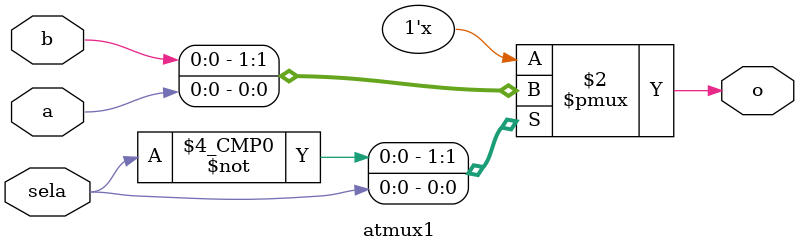
<source format=v>
/*
 * 
 */
module atmux1 (a, b, sela, o);

input   a,
        b,
        sela;

output  o;

// K-micro mux instant
/*
wire    o;
assign  o = sela ? a : b;
*/
reg     o;
always @(sela or a or b)
    begin
    case (sela) // synopsys infer_mux
        1'b0: o = b;
        1'b1: o = a;
    endcase
    end

endmodule
</source>
